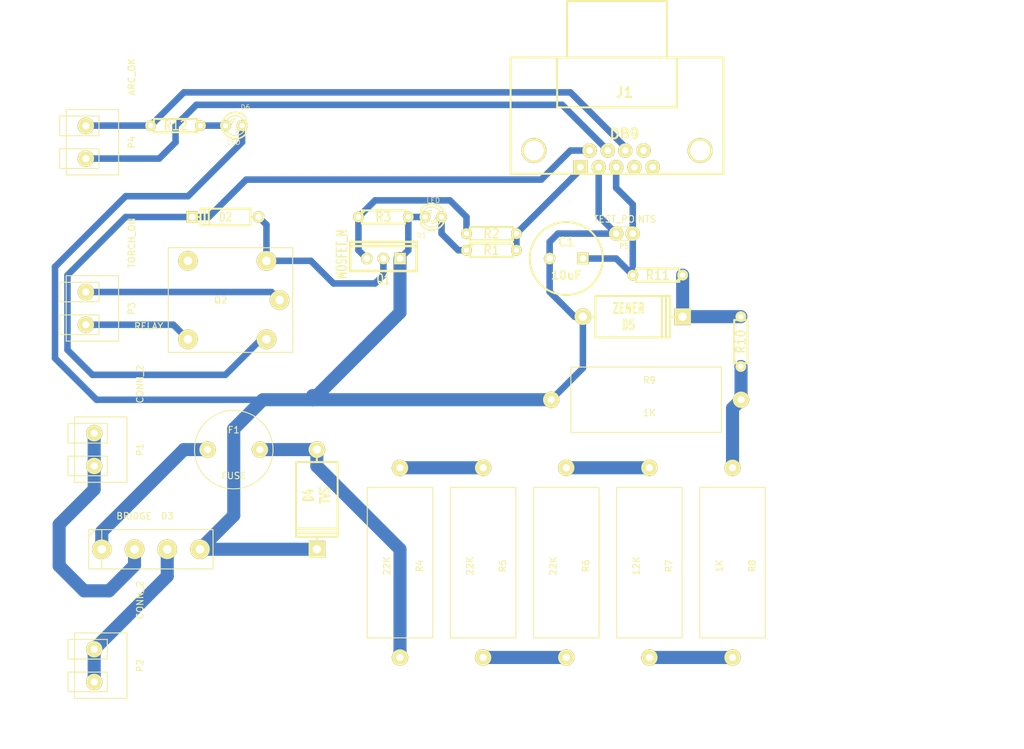
<source format=kicad_pcb>
(kicad_pcb (version 3) (host pcbnew "(2013-may-18)-stable")

  (general
    (links 43)
    (no_connects 0)
    (area 27.839999 63.093599 184.250001 179.865)
    (thickness 1.6)
    (drawings 7)
    (tracks 113)
    (zones 0)
    (modules 28)
    (nets 23)
  )

  (page A3)
  (layers
    (15 F.Cu signal)
    (0 B.Cu signal)
    (16 B.Adhes user)
    (17 F.Adhes user)
    (18 B.Paste user)
    (19 F.Paste user)
    (20 B.SilkS user)
    (21 F.SilkS user)
    (22 B.Mask user)
    (23 F.Mask user)
    (24 Dwgs.User user)
    (25 Cmts.User user)
    (26 Eco1.User user)
    (27 Eco2.User user)
    (28 Edge.Cuts user)
  )

  (setup
    (last_trace_width 1)
    (user_trace_width 2)
    (trace_clearance 0.254)
    (zone_clearance 0.508)
    (zone_45_only no)
    (trace_min 0.254)
    (segment_width 0.2)
    (edge_width 0.1)
    (via_size 0.889)
    (via_drill 0.635)
    (via_min_size 0.889)
    (via_min_drill 0.508)
    (uvia_size 0.508)
    (uvia_drill 0.127)
    (uvias_allowed no)
    (uvia_min_size 0.508)
    (uvia_min_drill 0.127)
    (pcb_text_width 0.3)
    (pcb_text_size 1.5 1.5)
    (mod_edge_width 0.15)
    (mod_text_size 1 1)
    (mod_text_width 0.15)
    (pad_size 2.2 2.2)
    (pad_drill 1)
    (pad_to_mask_clearance 0)
    (aux_axis_origin 0 0)
    (visible_elements FFFFFFBF)
    (pcbplotparams
      (layerselection 3178497)
      (usegerberextensions true)
      (excludeedgelayer true)
      (linewidth 0.150000)
      (plotframeref false)
      (viasonmask false)
      (mode 1)
      (useauxorigin false)
      (hpglpennumber 1)
      (hpglpenspeed 20)
      (hpglpendiameter 15)
      (hpglpenoverlay 2)
      (psnegative false)
      (psa4output false)
      (plotreference true)
      (plotvalue true)
      (plotothertext true)
      (plotinvisibletext false)
      (padsonsilk false)
      (subtractmaskfromsilk false)
      (outputformat 1)
      (mirror false)
      (drillshape 0)
      (scaleselection 1)
      (outputdirectory out/))
  )

  (net 0 "")
  (net 1 +12V)
  (net 2 +5V)
  (net 3 /ARC_OK)
  (net 4 /FILT_SIG)
  (net 5 /TORCH_ON)
  (net 6 GND)
  (net 7 N-000001)
  (net 8 N-0000013)
  (net 9 N-0000014)
  (net 10 N-0000015)
  (net 11 N-0000016)
  (net 12 N-0000017)
  (net 13 N-0000018)
  (net 14 N-0000019)
  (net 15 N-0000024)
  (net 16 N-0000025)
  (net 17 N-0000026)
  (net 18 N-000004)
  (net 19 N-000005)
  (net 20 N-000006)
  (net 21 N-000008)
  (net 22 N-000009)

  (net_class Default "This is the default net class."
    (clearance 0.254)
    (trace_width 1)
    (via_dia 0.889)
    (via_drill 0.635)
    (uvia_dia 0.508)
    (uvia_drill 0.127)
    (add_net "")
    (add_net +12V)
    (add_net +5V)
    (add_net /ARC_OK)
    (add_net /FILT_SIG)
    (add_net /TORCH_ON)
    (add_net GND)
    (add_net N-000001)
    (add_net N-000004)
    (add_net N-000005)
    (add_net N-000006)
    (add_net N-000008)
    (add_net N-000009)
  )

  (net_class Other ""
    (clearance 0.254)
    (trace_width 2)
    (via_dia 0.889)
    (via_drill 0.635)
    (uvia_dia 0.508)
    (uvia_drill 0.127)
  )

  (net_class Wide ""
    (clearance 0.254)
    (trace_width 2)
    (via_dia 0.889)
    (via_drill 0.635)
    (uvia_dia 0.508)
    (uvia_drill 0.127)
    (add_net N-0000013)
    (add_net N-0000014)
    (add_net N-0000015)
    (add_net N-0000016)
    (add_net N-0000017)
    (add_net N-0000018)
    (add_net N-0000019)
    (add_net N-0000024)
    (add_net N-0000025)
    (add_net N-0000026)
  )

  (module TEST_POINT_2PADS (layer F.Cu) (tedit 52BF42FE) (tstamp 52BF1FF0)
    (at 123.19 99.06 180)
    (descr "Connecteurs 2 pins")
    (tags "CONN DEV")
    (path /52BECCF0)
    (fp_text reference P5 (at 0.03048 -1.92024 180) (layer F.SilkS)
      (effects (font (size 0.762 0.762) (thickness 0.1524)))
    )
    (fp_text value TEST_POINTS (at -0.07112 2.2098 180) (layer F.SilkS)
      (effects (font (size 1.016 1.016) (thickness 0.1524)))
    )
    (fp_line (start 1.27 1.016) (end -1.27 1.016) (layer F.SilkS) (width 0.127))
    (fp_line (start 1.27 -1.016) (end -1.27 -1.016) (layer F.SilkS) (width 0.127))
    (fp_arc (start 1.27 0) (end 2.286 0) (angle 90) (layer F.SilkS) (width 0.127))
    (fp_arc (start 1.27 0) (end 1.27 -1.016) (angle 90) (layer F.SilkS) (width 0.127))
    (fp_arc (start -1.27 0) (end -1.27 1.016) (angle 90) (layer F.SilkS) (width 0.127))
    (fp_arc (start -1.27 0) (end -2.286 0) (angle 90) (layer F.SilkS) (width 0.127))
    (pad 1 thru_hole circle (at -1.27 0 180) (size 2.2 2.2) (drill 1)
      (layers *.Cu *.Mask F.SilkS)
      (net 4 /FILT_SIG)
    )
    (pad 2 thru_hole circle (at 1.27 0 180) (size 2.2 2.2) (drill 1)
      (layers *.Cu *.Mask F.SilkS)
      (net 6 GND)
    )
    (model connectors\testpoint_2pads.wrl
      (at (xyz 0 0 0))
      (scale (xyz 1 1 1))
      (rotate (xyz 0 0 0))
    )
  )

  (module DB9FC (layer F.Cu) (tedit 52BF42C1) (tstamp 52BF213B)
    (at 121.92 87.63)
    (descr "Connecteur DB9 femelle couche")
    (tags "CONN DB9")
    (path /52BEC29A)
    (fp_text reference J1 (at 1.27 -10.16) (layer F.SilkS)
      (effects (font (size 1.524 1.524) (thickness 0.3048)))
    )
    (fp_text value DB9 (at 1.27 -3.81) (layer F.SilkS)
      (effects (font (size 1.524 1.524) (thickness 0.3048)))
    )
    (fp_line (start -16.129 2.286) (end 16.383 2.286) (layer F.SilkS) (width 0.3048))
    (fp_line (start 16.383 2.286) (end 16.383 -15.494) (layer F.SilkS) (width 0.3048))
    (fp_line (start 16.383 -15.494) (end -16.129 -15.494) (layer F.SilkS) (width 0.3048))
    (fp_line (start -16.129 -15.494) (end -16.129 2.286) (layer F.SilkS) (width 0.3048))
    (fp_line (start -9.017 -15.494) (end -9.017 -7.874) (layer F.SilkS) (width 0.3048))
    (fp_line (start -9.017 -7.874) (end 9.271 -7.874) (layer F.SilkS) (width 0.3048))
    (fp_line (start 9.271 -7.874) (end 9.271 -15.494) (layer F.SilkS) (width 0.3048))
    (fp_line (start -7.493 -15.494) (end -7.493 -24.13) (layer F.SilkS) (width 0.3048))
    (fp_line (start -7.493 -24.13) (end 7.747 -24.13) (layer F.SilkS) (width 0.3048))
    (fp_line (start 7.747 -24.13) (end 7.747 -15.494) (layer F.SilkS) (width 0.3048))
    (pad "" thru_hole circle (at 12.827 -1.27) (size 3.81 3.81) (drill 3.048)
      (layers *.Cu *.Mask F.SilkS)
    )
    (pad "" thru_hole circle (at -12.573 -1.27) (size 3.81 3.81) (drill 3.048)
      (layers *.Cu *.Mask F.SilkS)
    )
    (pad 1 thru_hole rect (at -5.461 1.27) (size 2.2 2.2) (drill 1.016)
      (layers *.Cu *.Mask F.SilkS)
      (net 5 /TORCH_ON)
    )
    (pad 2 thru_hole circle (at -2.667 1.27) (size 2.2 2.2) (drill 1.016)
      (layers *.Cu *.Mask F.SilkS)
      (net 6 GND)
    )
    (pad 3 thru_hole circle (at 0 1.27) (size 2.2 2.2) (drill 1.016)
      (layers *.Cu *.Mask F.SilkS)
      (net 4 /FILT_SIG)
    )
    (pad 4 thru_hole circle (at 2.794 1.27) (size 2.2 2.2) (drill 1.016)
      (layers *.Cu *.Mask F.SilkS)
    )
    (pad 5 thru_hole circle (at 5.588 1.27) (size 2.2 2.2) (drill 1.016)
      (layers *.Cu *.Mask F.SilkS)
    )
    (pad 6 thru_hole circle (at -4.064 -1.27) (size 2.2 2.2) (drill 1.016)
      (layers *.Cu *.Mask F.SilkS)
      (net 2 +5V)
    )
    (pad 7 thru_hole circle (at -1.27 -1.27) (size 2.2 2.2) (drill 1.016)
      (layers *.Cu *.Mask F.SilkS)
      (net 1 +12V)
    )
    (pad 8 thru_hole circle (at 1.397 -1.27) (size 2.2 2.2) (drill 1.016)
      (layers *.Cu *.Mask F.SilkS)
      (net 3 /ARC_OK)
    )
    (pad 9 thru_hole circle (at 4.191 -1.27) (size 2.2 2.2) (drill 1.016)
      (layers *.Cu *.Mask F.SilkS)
    )
    (model conn_DBxx/db9_female_pin90deg.wrl
      (at (xyz 0 0 0))
      (scale (xyz 1 1 1))
      (rotate (xyz 0 0 0))
    )
  )

  (module FINDER_RELAY (layer F.Cu) (tedit 52BF4250) (tstamp 52BF31B8)
    (at 63.5 109.22 180)
    (path /52BEC35A)
    (fp_text reference Q2 (at 2 0 180) (layer F.SilkS)
      (effects (font (size 1 1) (thickness 0.15)))
    )
    (fp_text value RELAY (at 13 -4 180) (layer F.SilkS)
      (effects (font (size 1 1) (thickness 0.15)))
    )
    (fp_line (start 10 6) (end 10 8) (layer F.SilkS) (width 0.15))
    (fp_line (start 10 8) (end -9 8) (layer F.SilkS) (width 0.15))
    (fp_line (start -9 8) (end -9 6) (layer F.SilkS) (width 0.15))
    (fp_line (start 10 -6) (end 10 -8) (layer F.SilkS) (width 0.15))
    (fp_line (start 10 -8) (end -9 -8) (layer F.SilkS) (width 0.15))
    (fp_line (start -9 -8) (end -9 -6) (layer F.SilkS) (width 0.15))
    (fp_line (start 10 -6) (end 10 6) (layer F.SilkS) (width 0.15))
    (fp_line (start -9 6) (end -9 -6) (layer F.SilkS) (width 0.15))
    (pad 3 thru_hole circle (at -7 0 180) (size 3 3) (drill 1.3)
      (layers *.Cu *.Mask F.SilkS)
      (net 19 N-000005)
    )
    (pad 1 thru_hole circle (at -5 -6 180) (size 3 3) (drill 1.3)
      (layers *.Cu *.Mask F.SilkS)
      (net 2 +5V)
    )
    (pad 2 thru_hole circle (at -5 6 180) (size 3 3) (drill 1.3)
      (layers *.Cu *.Mask F.SilkS)
      (net 20 N-000006)
    )
    (pad 4 thru_hole circle (at 7 6 180) (size 3 3) (drill 1.3)
      (layers *.Cu *.Mask F.SilkS)
    )
    (pad 5 thru_hole circle (at 7 -6 180) (size 3 3) (drill 1.3)
      (layers *.Cu *.Mask F.SilkS)
      (net 18 N-000004)
    )
  )

  (module BRIDGE (layer F.Cu) (tedit 52BF4207) (tstamp 52BF217B)
    (at 53.34 147.32)
    (path /52BEBFBB)
    (fp_text reference D3 (at 0 -5.08) (layer F.SilkS)
      (effects (font (size 1 1) (thickness 0.15)))
    )
    (fp_text value BRIDGE (at -5.08 -5.08) (layer F.SilkS)
      (effects (font (size 1 1) (thickness 0.15)))
    )
    (fp_line (start -10 -3) (end -10 3) (layer F.SilkS) (width 0.15))
    (fp_line (start -12 -2) (end -11 -3) (layer F.SilkS) (width 0.15))
    (fp_line (start -12 0) (end -12 -3) (layer F.SilkS) (width 0.15))
    (fp_line (start -12 -3) (end 7 -3) (layer F.SilkS) (width 0.15))
    (fp_line (start 7 -3) (end 7 3) (layer F.SilkS) (width 0.15))
    (fp_line (start 7 3) (end -12 3) (layer F.SilkS) (width 0.15))
    (fp_line (start -12 3) (end -12 0) (layer F.SilkS) (width 0.15))
    (pad 4 thru_hole circle (at -5 0) (size 3 3) (drill 1.3)
      (layers *.Cu *.Mask F.SilkS)
      (net 17 N-0000026)
    )
    (pad 2 thru_hole circle (at 0 0) (size 3 3) (drill 1.3)
      (layers *.Cu *.Mask F.SilkS)
      (net 13 N-0000018)
    )
    (pad 1 thru_hole circle (at 5 0) (size 3 3) (drill 1.3)
      (layers *.Cu *.Mask F.SilkS)
      (net 6 GND)
    )
    (pad 3 thru_hole circle (at -10 0) (size 3 3) (drill 1.3)
      (layers *.Cu *.Mask F.SilkS)
      (net 8 N-0000013)
    )
  )

  (module TO220_VERT (layer F.Cu) (tedit 52BF12BD) (tstamp 52BF1FE4)
    (at 86.36 102.87 90)
    (descr "Regulateur TO220 serie LM78xx")
    (tags "TR TO220")
    (path /52BEC41E)
    (fp_text reference Q1 (at -3.175 0 180) (layer F.SilkS)
      (effects (font (size 1.524 1.016) (thickness 0.2032)))
    )
    (fp_text value MOSFET_N (at 0.635 -6.35 90) (layer F.SilkS)
      (effects (font (size 1.524 1.016) (thickness 0.2032)))
    )
    (fp_line (start 1.905 -5.08) (end 2.54 -5.08) (layer F.SilkS) (width 0.381))
    (fp_line (start 2.54 -5.08) (end 2.54 5.08) (layer F.SilkS) (width 0.381))
    (fp_line (start 2.54 5.08) (end 1.905 5.08) (layer F.SilkS) (width 0.381))
    (fp_line (start -1.905 -5.08) (end 1.905 -5.08) (layer F.SilkS) (width 0.381))
    (fp_line (start 1.905 -5.08) (end 1.905 5.08) (layer F.SilkS) (width 0.381))
    (fp_line (start 1.905 5.08) (end -1.905 5.08) (layer F.SilkS) (width 0.381))
    (fp_line (start -1.905 5.08) (end -1.905 -5.08) (layer F.SilkS) (width 0.381))
    (pad G thru_hole circle (at 0 -2.54 90) (size 1.778 1.778) (drill 1.016)
      (layers *.Cu *.Mask F.SilkS)
      (net 21 N-000008)
    )
    (pad D thru_hole circle (at 0 0 90) (size 1.778 1.778) (drill 1.016)
      (layers *.Cu *.Mask F.SilkS)
      (net 20 N-000006)
    )
    (pad S thru_hole rect (at 0 2.54 90) (size 1.778 1.778) (drill 1.016)
      (layers *.Cu *.Mask F.SilkS)
      (net 6 GND)
    )
  )

  (module SCREW_TERM_2 (layer F.Cu) (tedit 52BF110A) (tstamp 52BF2003)
    (at 43.18 165.1 270)
    (path /52BEBFB3)
    (fp_text reference P2 (at 0 -6 270) (layer F.SilkS)
      (effects (font (size 1 1) (thickness 0.15)))
    )
    (fp_text value CONN_2 (at -10 -6 270) (layer F.SilkS)
      (effects (font (size 1 1) (thickness 0.15)))
    )
    (fp_line (start 1 -1) (end 1 5) (layer F.SilkS) (width 0.15))
    (fp_line (start 1 5) (end 4 5) (layer F.SilkS) (width 0.15))
    (fp_line (start 4 5) (end 4 -1) (layer F.SilkS) (width 0.15))
    (fp_line (start 4 -1) (end 1 -1) (layer F.SilkS) (width 0.15))
    (fp_line (start -4 -1) (end -4 5) (layer F.SilkS) (width 0.15))
    (fp_line (start -4 5) (end -1 5) (layer F.SilkS) (width 0.15))
    (fp_line (start -1 5) (end -1 -1) (layer F.SilkS) (width 0.15))
    (fp_line (start -1 -1) (end -4 -1) (layer F.SilkS) (width 0.15))
    (fp_line (start 0 -4) (end 5 -4) (layer F.SilkS) (width 0.15))
    (fp_line (start 5 -4) (end 5 4) (layer F.SilkS) (width 0.15))
    (fp_line (start 5 4) (end -5 4) (layer F.SilkS) (width 0.15))
    (fp_line (start -5 4) (end -5 -4) (layer F.SilkS) (width 0.15))
    (fp_line (start -5 -4) (end 0 -4) (layer F.SilkS) (width 0.15))
    (pad 1 thru_hole circle (at -2.5 1 270) (size 2.5 2.5) (drill 1.1)
      (layers *.Cu *.Mask F.SilkS)
      (net 13 N-0000018)
    )
    (pad 2 thru_hole circle (at 2.5 1 270) (size 2.5 2.5) (drill 1.1)
      (layers *.Cu *.Mask F.SilkS)
      (net 13 N-0000018)
    )
  )

  (module SCREW_TERM_2 (layer F.Cu) (tedit 52BF110A) (tstamp 52BF2016)
    (at 43.18 132.08 270)
    (path /52BEBFA6)
    (fp_text reference P1 (at 0 -6 270) (layer F.SilkS)
      (effects (font (size 1 1) (thickness 0.15)))
    )
    (fp_text value CONN_2 (at -10 -6 270) (layer F.SilkS)
      (effects (font (size 1 1) (thickness 0.15)))
    )
    (fp_line (start 1 -1) (end 1 5) (layer F.SilkS) (width 0.15))
    (fp_line (start 1 5) (end 4 5) (layer F.SilkS) (width 0.15))
    (fp_line (start 4 5) (end 4 -1) (layer F.SilkS) (width 0.15))
    (fp_line (start 4 -1) (end 1 -1) (layer F.SilkS) (width 0.15))
    (fp_line (start -4 -1) (end -4 5) (layer F.SilkS) (width 0.15))
    (fp_line (start -4 5) (end -1 5) (layer F.SilkS) (width 0.15))
    (fp_line (start -1 5) (end -1 -1) (layer F.SilkS) (width 0.15))
    (fp_line (start -1 -1) (end -4 -1) (layer F.SilkS) (width 0.15))
    (fp_line (start 0 -4) (end 5 -4) (layer F.SilkS) (width 0.15))
    (fp_line (start 5 -4) (end 5 4) (layer F.SilkS) (width 0.15))
    (fp_line (start 5 4) (end -5 4) (layer F.SilkS) (width 0.15))
    (fp_line (start -5 4) (end -5 -4) (layer F.SilkS) (width 0.15))
    (fp_line (start -5 -4) (end 0 -4) (layer F.SilkS) (width 0.15))
    (pad 1 thru_hole circle (at -2.5 1 270) (size 2.5 2.5) (drill 1.1)
      (layers *.Cu *.Mask F.SilkS)
      (net 17 N-0000026)
    )
    (pad 2 thru_hole circle (at 2.5 1 270) (size 2.5 2.5) (drill 1.1)
      (layers *.Cu *.Mask F.SilkS)
      (net 17 N-0000026)
    )
  )

  (module SCREW_TERM_2 (layer F.Cu) (tedit 52BF110A) (tstamp 52BF2029)
    (at 41.91 110.49 270)
    (path /52BEC367)
    (fp_text reference P3 (at 0 -6 270) (layer F.SilkS)
      (effects (font (size 1 1) (thickness 0.15)))
    )
    (fp_text value TORCH_ON (at -10 -6 270) (layer F.SilkS)
      (effects (font (size 1 1) (thickness 0.15)))
    )
    (fp_line (start 1 -1) (end 1 5) (layer F.SilkS) (width 0.15))
    (fp_line (start 1 5) (end 4 5) (layer F.SilkS) (width 0.15))
    (fp_line (start 4 5) (end 4 -1) (layer F.SilkS) (width 0.15))
    (fp_line (start 4 -1) (end 1 -1) (layer F.SilkS) (width 0.15))
    (fp_line (start -4 -1) (end -4 5) (layer F.SilkS) (width 0.15))
    (fp_line (start -4 5) (end -1 5) (layer F.SilkS) (width 0.15))
    (fp_line (start -1 5) (end -1 -1) (layer F.SilkS) (width 0.15))
    (fp_line (start -1 -1) (end -4 -1) (layer F.SilkS) (width 0.15))
    (fp_line (start 0 -4) (end 5 -4) (layer F.SilkS) (width 0.15))
    (fp_line (start 5 -4) (end 5 4) (layer F.SilkS) (width 0.15))
    (fp_line (start 5 4) (end -5 4) (layer F.SilkS) (width 0.15))
    (fp_line (start -5 4) (end -5 -4) (layer F.SilkS) (width 0.15))
    (fp_line (start -5 -4) (end 0 -4) (layer F.SilkS) (width 0.15))
    (pad 1 thru_hole circle (at -2.5 1 270) (size 2.5 2.5) (drill 1.1)
      (layers *.Cu *.Mask F.SilkS)
      (net 19 N-000005)
    )
    (pad 2 thru_hole circle (at 2.5 1 270) (size 2.5 2.5) (drill 1.1)
      (layers *.Cu *.Mask F.SilkS)
      (net 18 N-000004)
    )
  )

  (module SCREW_TERM_2 (layer F.Cu) (tedit 52BF110A) (tstamp 52BF203C)
    (at 41.91 85.09 270)
    (path /52BEC878)
    (fp_text reference P4 (at 0 -6 270) (layer F.SilkS)
      (effects (font (size 1 1) (thickness 0.15)))
    )
    (fp_text value ARC_OK (at -10 -6 270) (layer F.SilkS)
      (effects (font (size 1 1) (thickness 0.15)))
    )
    (fp_line (start 1 -1) (end 1 5) (layer F.SilkS) (width 0.15))
    (fp_line (start 1 5) (end 4 5) (layer F.SilkS) (width 0.15))
    (fp_line (start 4 5) (end 4 -1) (layer F.SilkS) (width 0.15))
    (fp_line (start 4 -1) (end 1 -1) (layer F.SilkS) (width 0.15))
    (fp_line (start -4 -1) (end -4 5) (layer F.SilkS) (width 0.15))
    (fp_line (start -4 5) (end -1 5) (layer F.SilkS) (width 0.15))
    (fp_line (start -1 5) (end -1 -1) (layer F.SilkS) (width 0.15))
    (fp_line (start -1 -1) (end -4 -1) (layer F.SilkS) (width 0.15))
    (fp_line (start 0 -4) (end 5 -4) (layer F.SilkS) (width 0.15))
    (fp_line (start 5 -4) (end 5 4) (layer F.SilkS) (width 0.15))
    (fp_line (start 5 4) (end -5 4) (layer F.SilkS) (width 0.15))
    (fp_line (start -5 4) (end -5 -4) (layer F.SilkS) (width 0.15))
    (fp_line (start -5 -4) (end 0 -4) (layer F.SilkS) (width 0.15))
    (pad 1 thru_hole circle (at -2.5 1 270) (size 2.5 2.5) (drill 1.1)
      (layers *.Cu *.Mask F.SilkS)
      (net 3 /ARC_OK)
    )
    (pad 2 thru_hole circle (at 2.5 1 270) (size 2.5 2.5) (drill 1.1)
      (layers *.Cu *.Mask F.SilkS)
      (net 1 +12V)
    )
  )

  (module ROUND_FUSE_HOLDER (layer F.Cu) (tedit 52BECCAD) (tstamp 52BF2043)
    (at 63.5 132.08)
    (path /52BEC043)
    (fp_text reference F1 (at 0 -3) (layer F.SilkS)
      (effects (font (size 1 1) (thickness 0.15)))
    )
    (fp_text value FUSE (at 0 4) (layer F.SilkS)
      (effects (font (size 1 1) (thickness 0.15)))
    )
    (fp_circle (center 0 0) (end 6 0) (layer F.SilkS) (width 0.15))
    (pad 1 thru_hole circle (at -4 0) (size 2.5 2.5) (drill 1.1)
      (layers *.Cu *.Mask F.SilkS)
      (net 8 N-0000013)
    )
    (pad 2 thru_hole circle (at 4 0) (size 2.5 2.5) (drill 1.1)
      (layers *.Cu *.Mask F.SilkS)
      (net 14 N-0000019)
    )
  )

  (module R_5W_AXIAL (layer F.Cu) (tedit 52BECDD7) (tstamp 52BF204F)
    (at 127 149.86 90)
    (path /52BEC0D8)
    (fp_text reference R7 (at 0 3 90) (layer F.SilkS)
      (effects (font (size 1 1) (thickness 0.15)))
    )
    (fp_text value 12K (at 0 -2 90) (layer F.SilkS)
      (effects (font (size 1 1) (thickness 0.15)))
    )
    (fp_line (start 0 5) (end 12 5) (layer F.SilkS) (width 0.15))
    (fp_line (start 12 5) (end 12 -5) (layer F.SilkS) (width 0.15))
    (fp_line (start 12 -5) (end 0 -5) (layer F.SilkS) (width 0.15))
    (fp_line (start 0 -5) (end -11 -5) (layer F.SilkS) (width 0.15))
    (fp_line (start -11 -5) (end -11 5) (layer F.SilkS) (width 0.15))
    (fp_line (start -11 5) (end 0 5) (layer F.SilkS) (width 0.15))
    (pad 2 thru_hole circle (at 15 0 90) (size 2.5 2.5) (drill 1.1)
      (layers *.Cu *.Mask F.SilkS)
      (net 11 N-0000016)
    )
    (pad 1 thru_hole circle (at -14 0 90) (size 2.5 2.5) (drill 1.1)
      (layers *.Cu *.Mask F.SilkS)
      (net 12 N-0000017)
    )
  )

  (module R_5W_AXIAL (layer F.Cu) (tedit 52BECDD7) (tstamp 52BF205B)
    (at 127 124.46 180)
    (path /52BEC162)
    (fp_text reference R9 (at 0 3 180) (layer F.SilkS)
      (effects (font (size 1 1) (thickness 0.15)))
    )
    (fp_text value 1K (at 0 -2 180) (layer F.SilkS)
      (effects (font (size 1 1) (thickness 0.15)))
    )
    (fp_line (start 0 5) (end 12 5) (layer F.SilkS) (width 0.15))
    (fp_line (start 12 5) (end 12 -5) (layer F.SilkS) (width 0.15))
    (fp_line (start 12 -5) (end 0 -5) (layer F.SilkS) (width 0.15))
    (fp_line (start 0 -5) (end -11 -5) (layer F.SilkS) (width 0.15))
    (fp_line (start -11 -5) (end -11 5) (layer F.SilkS) (width 0.15))
    (fp_line (start -11 5) (end 0 5) (layer F.SilkS) (width 0.15))
    (pad 2 thru_hole circle (at 15 0 180) (size 2.5 2.5) (drill 1.1)
      (layers *.Cu *.Mask F.SilkS)
      (net 6 GND)
    )
    (pad 1 thru_hole circle (at -14 0 180) (size 2.5 2.5) (drill 1.1)
      (layers *.Cu *.Mask F.SilkS)
      (net 16 N-0000025)
    )
  )

  (module R_5W_AXIAL (layer F.Cu) (tedit 52BECDD7) (tstamp 52BF2067)
    (at 139.7 149.86 90)
    (path /52BEC0DE)
    (fp_text reference R8 (at 0 3 90) (layer F.SilkS)
      (effects (font (size 1 1) (thickness 0.15)))
    )
    (fp_text value 1K (at 0 -2 90) (layer F.SilkS)
      (effects (font (size 1 1) (thickness 0.15)))
    )
    (fp_line (start 0 5) (end 12 5) (layer F.SilkS) (width 0.15))
    (fp_line (start 12 5) (end 12 -5) (layer F.SilkS) (width 0.15))
    (fp_line (start 12 -5) (end 0 -5) (layer F.SilkS) (width 0.15))
    (fp_line (start 0 -5) (end -11 -5) (layer F.SilkS) (width 0.15))
    (fp_line (start -11 -5) (end -11 5) (layer F.SilkS) (width 0.15))
    (fp_line (start -11 5) (end 0 5) (layer F.SilkS) (width 0.15))
    (pad 2 thru_hole circle (at 15 0 90) (size 2.5 2.5) (drill 1.1)
      (layers *.Cu *.Mask F.SilkS)
      (net 16 N-0000025)
    )
    (pad 1 thru_hole circle (at -14 0 90) (size 2.5 2.5) (drill 1.1)
      (layers *.Cu *.Mask F.SilkS)
      (net 12 N-0000017)
    )
  )

  (module R_5W_AXIAL (layer F.Cu) (tedit 52BECDD7) (tstamp 52BF2073)
    (at 114.3 149.86 90)
    (path /52BEC0D2)
    (fp_text reference R6 (at 0 3 90) (layer F.SilkS)
      (effects (font (size 1 1) (thickness 0.15)))
    )
    (fp_text value 22K (at 0 -2 90) (layer F.SilkS)
      (effects (font (size 1 1) (thickness 0.15)))
    )
    (fp_line (start 0 5) (end 12 5) (layer F.SilkS) (width 0.15))
    (fp_line (start 12 5) (end 12 -5) (layer F.SilkS) (width 0.15))
    (fp_line (start 12 -5) (end 0 -5) (layer F.SilkS) (width 0.15))
    (fp_line (start 0 -5) (end -11 -5) (layer F.SilkS) (width 0.15))
    (fp_line (start -11 -5) (end -11 5) (layer F.SilkS) (width 0.15))
    (fp_line (start -11 5) (end 0 5) (layer F.SilkS) (width 0.15))
    (pad 2 thru_hole circle (at 15 0 90) (size 2.5 2.5) (drill 1.1)
      (layers *.Cu *.Mask F.SilkS)
      (net 11 N-0000016)
    )
    (pad 1 thru_hole circle (at -14 0 90) (size 2.5 2.5) (drill 1.1)
      (layers *.Cu *.Mask F.SilkS)
      (net 10 N-0000015)
    )
  )

  (module R_5W_AXIAL (layer F.Cu) (tedit 52BECDD7) (tstamp 52BF207F)
    (at 101.6 149.86 90)
    (path /52BEC0CC)
    (fp_text reference R5 (at 0 3 90) (layer F.SilkS)
      (effects (font (size 1 1) (thickness 0.15)))
    )
    (fp_text value 22K (at 0 -2 90) (layer F.SilkS)
      (effects (font (size 1 1) (thickness 0.15)))
    )
    (fp_line (start 0 5) (end 12 5) (layer F.SilkS) (width 0.15))
    (fp_line (start 12 5) (end 12 -5) (layer F.SilkS) (width 0.15))
    (fp_line (start 12 -5) (end 0 -5) (layer F.SilkS) (width 0.15))
    (fp_line (start 0 -5) (end -11 -5) (layer F.SilkS) (width 0.15))
    (fp_line (start -11 -5) (end -11 5) (layer F.SilkS) (width 0.15))
    (fp_line (start -11 5) (end 0 5) (layer F.SilkS) (width 0.15))
    (pad 2 thru_hole circle (at 15 0 90) (size 2.5 2.5) (drill 1.1)
      (layers *.Cu *.Mask F.SilkS)
      (net 9 N-0000014)
    )
    (pad 1 thru_hole circle (at -14 0 90) (size 2.5 2.5) (drill 1.1)
      (layers *.Cu *.Mask F.SilkS)
      (net 10 N-0000015)
    )
  )

  (module R_5W_AXIAL (layer F.Cu) (tedit 52BECDD7) (tstamp 52BF208B)
    (at 88.9 149.86 90)
    (path /52BEC0B5)
    (fp_text reference R4 (at 0 3 90) (layer F.SilkS)
      (effects (font (size 1 1) (thickness 0.15)))
    )
    (fp_text value 22K (at 0 -2 90) (layer F.SilkS)
      (effects (font (size 1 1) (thickness 0.15)))
    )
    (fp_line (start 0 5) (end 12 5) (layer F.SilkS) (width 0.15))
    (fp_line (start 12 5) (end 12 -5) (layer F.SilkS) (width 0.15))
    (fp_line (start 12 -5) (end 0 -5) (layer F.SilkS) (width 0.15))
    (fp_line (start 0 -5) (end -11 -5) (layer F.SilkS) (width 0.15))
    (fp_line (start -11 -5) (end -11 5) (layer F.SilkS) (width 0.15))
    (fp_line (start -11 5) (end 0 5) (layer F.SilkS) (width 0.15))
    (pad 2 thru_hole circle (at 15 0 90) (size 2.5 2.5) (drill 1.1)
      (layers *.Cu *.Mask F.SilkS)
      (net 9 N-0000014)
    )
    (pad 1 thru_hole circle (at -14 0 90) (size 2.5 2.5) (drill 1.1)
      (layers *.Cu *.Mask F.SilkS)
      (net 14 N-0000019)
    )
  )

  (module R3-LARGE_PADS (layer F.Cu) (tedit 47E26765) (tstamp 52BF2099)
    (at 54.61 82.55 180)
    (descr "Resitance 3 pas")
    (tags R)
    (path /52BECE9B)
    (autoplace_cost180 10)
    (fp_text reference R12 (at 0 0 180) (layer F.SilkS)
      (effects (font (size 1.397 1.27) (thickness 0.2032)))
    )
    (fp_text value 3K (at 0 0 180) (layer F.SilkS) hide
      (effects (font (size 1.397 1.27) (thickness 0.2032)))
    )
    (fp_line (start -3.81 0) (end -3.302 0) (layer F.SilkS) (width 0.3048))
    (fp_line (start 3.81 0) (end 3.302 0) (layer F.SilkS) (width 0.3048))
    (fp_line (start 3.302 0) (end 3.302 -1.016) (layer F.SilkS) (width 0.3048))
    (fp_line (start 3.302 -1.016) (end -3.302 -1.016) (layer F.SilkS) (width 0.3048))
    (fp_line (start -3.302 -1.016) (end -3.302 1.016) (layer F.SilkS) (width 0.3048))
    (fp_line (start -3.302 1.016) (end 3.302 1.016) (layer F.SilkS) (width 0.3048))
    (fp_line (start 3.302 1.016) (end 3.302 0) (layer F.SilkS) (width 0.3048))
    (fp_line (start -3.302 -0.508) (end -2.794 -1.016) (layer F.SilkS) (width 0.3048))
    (pad 1 thru_hole circle (at -3.81 0 180) (size 1.651 1.651) (drill 0.8128)
      (layers *.Cu *.Mask F.SilkS)
      (net 22 N-000009)
    )
    (pad 2 thru_hole circle (at 3.81 0 180) (size 1.651 1.651) (drill 0.8128)
      (layers *.Cu *.Mask F.SilkS)
      (net 3 /ARC_OK)
    )
    (model discret/resistor.wrl
      (at (xyz 0 0 0))
      (scale (xyz 0.3 0.3 0.3))
      (rotate (xyz 0 0 0))
    )
  )

  (module R3-LARGE_PADS (layer F.Cu) (tedit 47E26765) (tstamp 52BF20A7)
    (at 102.87 101.6)
    (descr "Resitance 3 pas")
    (tags R)
    (path /52BEC5FE)
    (autoplace_cost180 10)
    (fp_text reference R1 (at 0 0) (layer F.SilkS)
      (effects (font (size 1.397 1.27) (thickness 0.2032)))
    )
    (fp_text value 1K (at 0 0) (layer F.SilkS) hide
      (effects (font (size 1.397 1.27) (thickness 0.2032)))
    )
    (fp_line (start -3.81 0) (end -3.302 0) (layer F.SilkS) (width 0.3048))
    (fp_line (start 3.81 0) (end 3.302 0) (layer F.SilkS) (width 0.3048))
    (fp_line (start 3.302 0) (end 3.302 -1.016) (layer F.SilkS) (width 0.3048))
    (fp_line (start 3.302 -1.016) (end -3.302 -1.016) (layer F.SilkS) (width 0.3048))
    (fp_line (start -3.302 -1.016) (end -3.302 1.016) (layer F.SilkS) (width 0.3048))
    (fp_line (start -3.302 1.016) (end 3.302 1.016) (layer F.SilkS) (width 0.3048))
    (fp_line (start 3.302 1.016) (end 3.302 0) (layer F.SilkS) (width 0.3048))
    (fp_line (start -3.302 -0.508) (end -2.794 -1.016) (layer F.SilkS) (width 0.3048))
    (pad 1 thru_hole circle (at -3.81 0) (size 1.651 1.651) (drill 0.8128)
      (layers *.Cu *.Mask F.SilkS)
      (net 7 N-000001)
    )
    (pad 2 thru_hole circle (at 3.81 0) (size 1.651 1.651) (drill 0.8128)
      (layers *.Cu *.Mask F.SilkS)
      (net 5 /TORCH_ON)
    )
    (model discret/resistor.wrl
      (at (xyz 0 0 0))
      (scale (xyz 0.3 0.3 0.3))
      (rotate (xyz 0 0 0))
    )
  )

  (module R3-LARGE_PADS (layer F.Cu) (tedit 47E26765) (tstamp 52BF20B5)
    (at 102.87 99.06 180)
    (descr "Resitance 3 pas")
    (tags R)
    (path /52BEC513)
    (autoplace_cost180 10)
    (fp_text reference R2 (at 0 0 180) (layer F.SilkS)
      (effects (font (size 1.397 1.27) (thickness 0.2032)))
    )
    (fp_text value 1K (at 0 0 180) (layer F.SilkS) hide
      (effects (font (size 1.397 1.27) (thickness 0.2032)))
    )
    (fp_line (start -3.81 0) (end -3.302 0) (layer F.SilkS) (width 0.3048))
    (fp_line (start 3.81 0) (end 3.302 0) (layer F.SilkS) (width 0.3048))
    (fp_line (start 3.302 0) (end 3.302 -1.016) (layer F.SilkS) (width 0.3048))
    (fp_line (start 3.302 -1.016) (end -3.302 -1.016) (layer F.SilkS) (width 0.3048))
    (fp_line (start -3.302 -1.016) (end -3.302 1.016) (layer F.SilkS) (width 0.3048))
    (fp_line (start -3.302 1.016) (end 3.302 1.016) (layer F.SilkS) (width 0.3048))
    (fp_line (start 3.302 1.016) (end 3.302 0) (layer F.SilkS) (width 0.3048))
    (fp_line (start -3.302 -0.508) (end -2.794 -1.016) (layer F.SilkS) (width 0.3048))
    (pad 1 thru_hole circle (at -3.81 0 180) (size 1.651 1.651) (drill 0.8128)
      (layers *.Cu *.Mask F.SilkS)
      (net 5 /TORCH_ON)
    )
    (pad 2 thru_hole circle (at 3.81 0 180) (size 1.651 1.651) (drill 0.8128)
      (layers *.Cu *.Mask F.SilkS)
      (net 21 N-000008)
    )
    (model discret/resistor.wrl
      (at (xyz 0 0 0))
      (scale (xyz 0.3 0.3 0.3))
      (rotate (xyz 0 0 0))
    )
  )

  (module R3-LARGE_PADS (layer F.Cu) (tedit 47E26765) (tstamp 52BF20C3)
    (at 86.36 96.52)
    (descr "Resitance 3 pas")
    (tags R)
    (path /52BEC4B5)
    (autoplace_cost180 10)
    (fp_text reference R3 (at 0 0) (layer F.SilkS)
      (effects (font (size 1.397 1.27) (thickness 0.2032)))
    )
    (fp_text value 20K (at 0 0) (layer F.SilkS) hide
      (effects (font (size 1.397 1.27) (thickness 0.2032)))
    )
    (fp_line (start -3.81 0) (end -3.302 0) (layer F.SilkS) (width 0.3048))
    (fp_line (start 3.81 0) (end 3.302 0) (layer F.SilkS) (width 0.3048))
    (fp_line (start 3.302 0) (end 3.302 -1.016) (layer F.SilkS) (width 0.3048))
    (fp_line (start 3.302 -1.016) (end -3.302 -1.016) (layer F.SilkS) (width 0.3048))
    (fp_line (start -3.302 -1.016) (end -3.302 1.016) (layer F.SilkS) (width 0.3048))
    (fp_line (start -3.302 1.016) (end 3.302 1.016) (layer F.SilkS) (width 0.3048))
    (fp_line (start 3.302 1.016) (end 3.302 0) (layer F.SilkS) (width 0.3048))
    (fp_line (start -3.302 -0.508) (end -2.794 -1.016) (layer F.SilkS) (width 0.3048))
    (pad 1 thru_hole circle (at -3.81 0) (size 1.651 1.651) (drill 0.8128)
      (layers *.Cu *.Mask F.SilkS)
      (net 21 N-000008)
    )
    (pad 2 thru_hole circle (at 3.81 0) (size 1.651 1.651) (drill 0.8128)
      (layers *.Cu *.Mask F.SilkS)
      (net 6 GND)
    )
    (model discret/resistor.wrl
      (at (xyz 0 0 0))
      (scale (xyz 0.3 0.3 0.3))
      (rotate (xyz 0 0 0))
    )
  )

  (module R3-LARGE_PADS (layer F.Cu) (tedit 47E26765) (tstamp 52BF20D1)
    (at 128.27 105.41 180)
    (descr "Resitance 3 pas")
    (tags R)
    (path /52BEC210)
    (autoplace_cost180 10)
    (fp_text reference R11 (at 0 0 180) (layer F.SilkS)
      (effects (font (size 1.397 1.27) (thickness 0.2032)))
    )
    (fp_text value 100R (at 0 0 180) (layer F.SilkS) hide
      (effects (font (size 1.397 1.27) (thickness 0.2032)))
    )
    (fp_line (start -3.81 0) (end -3.302 0) (layer F.SilkS) (width 0.3048))
    (fp_line (start 3.81 0) (end 3.302 0) (layer F.SilkS) (width 0.3048))
    (fp_line (start 3.302 0) (end 3.302 -1.016) (layer F.SilkS) (width 0.3048))
    (fp_line (start 3.302 -1.016) (end -3.302 -1.016) (layer F.SilkS) (width 0.3048))
    (fp_line (start -3.302 -1.016) (end -3.302 1.016) (layer F.SilkS) (width 0.3048))
    (fp_line (start -3.302 1.016) (end 3.302 1.016) (layer F.SilkS) (width 0.3048))
    (fp_line (start 3.302 1.016) (end 3.302 0) (layer F.SilkS) (width 0.3048))
    (fp_line (start -3.302 -0.508) (end -2.794 -1.016) (layer F.SilkS) (width 0.3048))
    (pad 1 thru_hole circle (at -3.81 0 180) (size 1.651 1.651) (drill 0.8128)
      (layers *.Cu *.Mask F.SilkS)
      (net 15 N-0000024)
    )
    (pad 2 thru_hole circle (at 3.81 0 180) (size 1.651 1.651) (drill 0.8128)
      (layers *.Cu *.Mask F.SilkS)
      (net 4 /FILT_SIG)
    )
    (model discret/resistor.wrl
      (at (xyz 0 0 0))
      (scale (xyz 0.3 0.3 0.3))
      (rotate (xyz 0 0 0))
    )
  )

  (module R3-LARGE_PADS (layer F.Cu) (tedit 47E26765) (tstamp 52BF20DF)
    (at 140.97 115.57 90)
    (descr "Resitance 3 pas")
    (tags R)
    (path /52BEC192)
    (autoplace_cost180 10)
    (fp_text reference R10 (at 0 0 90) (layer F.SilkS)
      (effects (font (size 1.397 1.27) (thickness 0.2032)))
    )
    (fp_text value 2R (at 0 0 90) (layer F.SilkS) hide
      (effects (font (size 1.397 1.27) (thickness 0.2032)))
    )
    (fp_line (start -3.81 0) (end -3.302 0) (layer F.SilkS) (width 0.3048))
    (fp_line (start 3.81 0) (end 3.302 0) (layer F.SilkS) (width 0.3048))
    (fp_line (start 3.302 0) (end 3.302 -1.016) (layer F.SilkS) (width 0.3048))
    (fp_line (start 3.302 -1.016) (end -3.302 -1.016) (layer F.SilkS) (width 0.3048))
    (fp_line (start -3.302 -1.016) (end -3.302 1.016) (layer F.SilkS) (width 0.3048))
    (fp_line (start -3.302 1.016) (end 3.302 1.016) (layer F.SilkS) (width 0.3048))
    (fp_line (start 3.302 1.016) (end 3.302 0) (layer F.SilkS) (width 0.3048))
    (fp_line (start -3.302 -0.508) (end -2.794 -1.016) (layer F.SilkS) (width 0.3048))
    (pad 1 thru_hole circle (at -3.81 0 90) (size 1.651 1.651) (drill 0.8128)
      (layers *.Cu *.Mask F.SilkS)
      (net 16 N-0000025)
    )
    (pad 2 thru_hole circle (at 3.81 0 90) (size 1.651 1.651) (drill 0.8128)
      (layers *.Cu *.Mask F.SilkS)
      (net 15 N-0000024)
    )
    (model discret/resistor.wrl
      (at (xyz 0 0 0))
      (scale (xyz 0.3 0.3 0.3))
      (rotate (xyz 0 0 0))
    )
  )

  (module LED-3MM (layer F.Cu) (tedit 50ADE848) (tstamp 52BF20F8)
    (at 93.98 96.52 180)
    (descr "LED 3mm - Lead pitch 100mil (2,54mm)")
    (tags "LED led 3mm 3MM 100mil 2,54mm")
    (path /52BEC5F1)
    (fp_text reference D1 (at 1.778 -2.794 180) (layer F.SilkS)
      (effects (font (size 0.762 0.762) (thickness 0.0889)))
    )
    (fp_text value LED (at 0 2.54 180) (layer F.SilkS)
      (effects (font (size 0.762 0.762) (thickness 0.0889)))
    )
    (fp_line (start 1.8288 1.27) (end 1.8288 -1.27) (layer F.SilkS) (width 0.254))
    (fp_arc (start 0.254 0) (end -1.27 0) (angle 39.8) (layer F.SilkS) (width 0.1524))
    (fp_arc (start 0.254 0) (end -0.88392 1.01092) (angle 41.6) (layer F.SilkS) (width 0.1524))
    (fp_arc (start 0.254 0) (end 1.4097 -0.9906) (angle 40.6) (layer F.SilkS) (width 0.1524))
    (fp_arc (start 0.254 0) (end 1.778 0) (angle 39.8) (layer F.SilkS) (width 0.1524))
    (fp_arc (start 0.254 0) (end 0.254 -1.524) (angle 54.4) (layer F.SilkS) (width 0.1524))
    (fp_arc (start 0.254 0) (end -0.9652 -0.9144) (angle 53.1) (layer F.SilkS) (width 0.1524))
    (fp_arc (start 0.254 0) (end 1.45542 0.93472) (angle 52.1) (layer F.SilkS) (width 0.1524))
    (fp_arc (start 0.254 0) (end 0.254 1.524) (angle 52.1) (layer F.SilkS) (width 0.1524))
    (fp_arc (start 0.254 0) (end -0.381 0) (angle 90) (layer F.SilkS) (width 0.1524))
    (fp_arc (start 0.254 0) (end -0.762 0) (angle 90) (layer F.SilkS) (width 0.1524))
    (fp_arc (start 0.254 0) (end 0.889 0) (angle 90) (layer F.SilkS) (width 0.1524))
    (fp_arc (start 0.254 0) (end 1.27 0) (angle 90) (layer F.SilkS) (width 0.1524))
    (fp_arc (start 0.254 0) (end 0.254 -2.032) (angle 50.1) (layer F.SilkS) (width 0.254))
    (fp_arc (start 0.254 0) (end -1.5367 -0.95504) (angle 61.9) (layer F.SilkS) (width 0.254))
    (fp_arc (start 0.254 0) (end 1.8034 1.31064) (angle 49.7) (layer F.SilkS) (width 0.254))
    (fp_arc (start 0.254 0) (end 0.254 2.032) (angle 60.2) (layer F.SilkS) (width 0.254))
    (fp_arc (start 0.254 0) (end -1.778 0) (angle 28.3) (layer F.SilkS) (width 0.254))
    (fp_arc (start 0.254 0) (end -1.47574 1.06426) (angle 31.6) (layer F.SilkS) (width 0.254))
    (pad 1 thru_hole circle (at -1.27 0 180) (size 1.6764 1.6764) (drill 0.8128)
      (layers *.Cu *.Mask F.SilkS)
      (net 7 N-000001)
    )
    (pad 2 thru_hole circle (at 1.27 0 180) (size 1.6764 1.6764) (drill 0.8128)
      (layers *.Cu *.Mask F.SilkS)
      (net 6 GND)
    )
    (model discret/leds/led3_vertical_verde.wrl
      (at (xyz 0 0 0))
      (scale (xyz 1 1 1))
      (rotate (xyz 0 0 0))
    )
  )

  (module LED-3MM (layer F.Cu) (tedit 50ADE848) (tstamp 52BF2111)
    (at 63.5 82.55)
    (descr "LED 3mm - Lead pitch 100mil (2,54mm)")
    (tags "LED led 3mm 3MM 100mil 2,54mm")
    (path /52BECE95)
    (fp_text reference D6 (at 1.778 -2.794) (layer F.SilkS)
      (effects (font (size 0.762 0.762) (thickness 0.0889)))
    )
    (fp_text value LED (at 0 2.54) (layer F.SilkS)
      (effects (font (size 0.762 0.762) (thickness 0.0889)))
    )
    (fp_line (start 1.8288 1.27) (end 1.8288 -1.27) (layer F.SilkS) (width 0.254))
    (fp_arc (start 0.254 0) (end -1.27 0) (angle 39.8) (layer F.SilkS) (width 0.1524))
    (fp_arc (start 0.254 0) (end -0.88392 1.01092) (angle 41.6) (layer F.SilkS) (width 0.1524))
    (fp_arc (start 0.254 0) (end 1.4097 -0.9906) (angle 40.6) (layer F.SilkS) (width 0.1524))
    (fp_arc (start 0.254 0) (end 1.778 0) (angle 39.8) (layer F.SilkS) (width 0.1524))
    (fp_arc (start 0.254 0) (end 0.254 -1.524) (angle 54.4) (layer F.SilkS) (width 0.1524))
    (fp_arc (start 0.254 0) (end -0.9652 -0.9144) (angle 53.1) (layer F.SilkS) (width 0.1524))
    (fp_arc (start 0.254 0) (end 1.45542 0.93472) (angle 52.1) (layer F.SilkS) (width 0.1524))
    (fp_arc (start 0.254 0) (end 0.254 1.524) (angle 52.1) (layer F.SilkS) (width 0.1524))
    (fp_arc (start 0.254 0) (end -0.381 0) (angle 90) (layer F.SilkS) (width 0.1524))
    (fp_arc (start 0.254 0) (end -0.762 0) (angle 90) (layer F.SilkS) (width 0.1524))
    (fp_arc (start 0.254 0) (end 0.889 0) (angle 90) (layer F.SilkS) (width 0.1524))
    (fp_arc (start 0.254 0) (end 1.27 0) (angle 90) (layer F.SilkS) (width 0.1524))
    (fp_arc (start 0.254 0) (end 0.254 -2.032) (angle 50.1) (layer F.SilkS) (width 0.254))
    (fp_arc (start 0.254 0) (end -1.5367 -0.95504) (angle 61.9) (layer F.SilkS) (width 0.254))
    (fp_arc (start 0.254 0) (end 1.8034 1.31064) (angle 49.7) (layer F.SilkS) (width 0.254))
    (fp_arc (start 0.254 0) (end 0.254 2.032) (angle 60.2) (layer F.SilkS) (width 0.254))
    (fp_arc (start 0.254 0) (end -1.778 0) (angle 28.3) (layer F.SilkS) (width 0.254))
    (fp_arc (start 0.254 0) (end -1.47574 1.06426) (angle 31.6) (layer F.SilkS) (width 0.254))
    (pad 1 thru_hole circle (at -1.27 0) (size 1.6764 1.6764) (drill 0.8128)
      (layers *.Cu *.Mask F.SilkS)
      (net 22 N-000009)
    )
    (pad 2 thru_hole circle (at 1.27 0) (size 1.6764 1.6764) (drill 0.8128)
      (layers *.Cu *.Mask F.SilkS)
      (net 6 GND)
    )
    (model discret/leds/led3_vertical_verde.wrl
      (at (xyz 0 0 0))
      (scale (xyz 1 1 1))
      (rotate (xyz 0 0 0))
    )
  )

  (module D6 (layer F.Cu) (tedit 200000) (tstamp 52BF2149)
    (at 124.46 111.76)
    (descr "Diode 6 pas")
    (tags DIODE)
    (path /52BEC1B7)
    (fp_text reference D5 (at -0.635 1.27) (layer F.SilkS)
      (effects (font (size 1.524 1.016) (thickness 0.3048)))
    )
    (fp_text value ZENER (at -0.635 -1.27) (layer F.SilkS)
      (effects (font (size 1.524 1.016) (thickness 0.3048)))
    )
    (fp_line (start -5.715 -3.175) (end -5.715 3.175) (layer F.SilkS) (width 0.3048))
    (fp_line (start -5.715 3.175) (end 5.715 3.175) (layer F.SilkS) (width 0.3048))
    (fp_line (start 5.715 3.175) (end 5.715 -3.175) (layer F.SilkS) (width 0.3048))
    (fp_line (start 5.715 -3.175) (end -5.715 -3.175) (layer F.SilkS) (width 0.3048))
    (fp_line (start 5.08 -3.175) (end 5.08 3.175) (layer F.SilkS) (width 0.3048))
    (fp_line (start 4.445 3.175) (end 4.445 -3.175) (layer F.SilkS) (width 0.3048))
    (fp_line (start 5.715 0) (end 7.62 0) (layer F.SilkS) (width 0.3048))
    (fp_line (start -5.715 0) (end -7.62 0) (layer F.SilkS) (width 0.3048))
    (pad 1 thru_hole circle (at -7.62 0) (size 2.54 2.54) (drill 1.27)
      (layers *.Cu *.Mask F.SilkS)
      (net 6 GND)
    )
    (pad 2 thru_hole rect (at 7.62 0) (size 2.54 2.54) (drill 1.27)
      (layers *.Cu *.Mask F.SilkS)
      (net 15 N-0000024)
    )
    (model discret/diode.wrl
      (at (xyz 0 0 0))
      (scale (xyz 0.6 0.6 0.6))
      (rotate (xyz 0 0 0))
    )
  )

  (module D6 (layer F.Cu) (tedit 200000) (tstamp 52BF2157)
    (at 76.2 139.7 270)
    (descr "Diode 6 pas")
    (tags DIODE)
    (path /52BEC020)
    (fp_text reference D4 (at -0.635 1.27 270) (layer F.SilkS)
      (effects (font (size 1.524 1.016) (thickness 0.3048)))
    )
    (fp_text value TVS (at -0.635 -1.27 270) (layer F.SilkS)
      (effects (font (size 1.524 1.016) (thickness 0.3048)))
    )
    (fp_line (start -5.715 -3.175) (end -5.715 3.175) (layer F.SilkS) (width 0.3048))
    (fp_line (start -5.715 3.175) (end 5.715 3.175) (layer F.SilkS) (width 0.3048))
    (fp_line (start 5.715 3.175) (end 5.715 -3.175) (layer F.SilkS) (width 0.3048))
    (fp_line (start 5.715 -3.175) (end -5.715 -3.175) (layer F.SilkS) (width 0.3048))
    (fp_line (start 5.08 -3.175) (end 5.08 3.175) (layer F.SilkS) (width 0.3048))
    (fp_line (start 4.445 3.175) (end 4.445 -3.175) (layer F.SilkS) (width 0.3048))
    (fp_line (start 5.715 0) (end 7.62 0) (layer F.SilkS) (width 0.3048))
    (fp_line (start -5.715 0) (end -7.62 0) (layer F.SilkS) (width 0.3048))
    (pad 1 thru_hole circle (at -7.62 0 270) (size 2.54 2.54) (drill 1.27)
      (layers *.Cu *.Mask F.SilkS)
      (net 14 N-0000019)
    )
    (pad 2 thru_hole rect (at 7.62 0 270) (size 2.54 2.54) (drill 1.27)
      (layers *.Cu *.Mask F.SilkS)
      (net 6 GND)
    )
    (model discret/diode.wrl
      (at (xyz 0 0 0))
      (scale (xyz 0.6 0.6 0.6))
      (rotate (xyz 0 0 0))
    )
  )

  (module D4 (layer F.Cu) (tedit 200000) (tstamp 52BF2165)
    (at 62.23 96.52 180)
    (descr "Diode 4 pas")
    (tags "DIODE DEV")
    (path /52BEC553)
    (fp_text reference D2 (at 0 0 180) (layer F.SilkS)
      (effects (font (size 1.27 1.016) (thickness 0.2032)))
    )
    (fp_text value DIODE (at 0 0 180) (layer F.SilkS) hide
      (effects (font (size 1.27 1.016) (thickness 0.2032)))
    )
    (fp_line (start -3.81 -1.27) (end 3.81 -1.27) (layer F.SilkS) (width 0.3048))
    (fp_line (start 3.81 -1.27) (end 3.81 1.27) (layer F.SilkS) (width 0.3048))
    (fp_line (start 3.81 1.27) (end -3.81 1.27) (layer F.SilkS) (width 0.3048))
    (fp_line (start -3.81 1.27) (end -3.81 -1.27) (layer F.SilkS) (width 0.3048))
    (fp_line (start 3.175 -1.27) (end 3.175 1.27) (layer F.SilkS) (width 0.3048))
    (fp_line (start 2.54 1.27) (end 2.54 -1.27) (layer F.SilkS) (width 0.3048))
    (fp_line (start -3.81 0) (end -5.08 0) (layer F.SilkS) (width 0.3048))
    (fp_line (start 3.81 0) (end 5.08 0) (layer F.SilkS) (width 0.3048))
    (pad 1 thru_hole circle (at -5.08 0 180) (size 1.778 1.778) (drill 1.016)
      (layers *.Cu *.Mask F.SilkS)
      (net 20 N-000006)
    )
    (pad 2 thru_hole rect (at 5.08 0 180) (size 1.778 1.778) (drill 1.016)
      (layers *.Cu *.Mask F.SilkS)
      (net 2 +5V)
    )
    (model discret/diode.wrl
      (at (xyz 0 0 0))
      (scale (xyz 0.4 0.4 0.4))
      (rotate (xyz 0 0 0))
    )
  )

  (module C2V10 (layer F.Cu) (tedit 41854742) (tstamp 52BF216C)
    (at 114.3 102.87 180)
    (descr "Condensateur polarise")
    (tags CP)
    (path /52BEC224)
    (fp_text reference C1 (at 0 2.54 180) (layer F.SilkS)
      (effects (font (size 1.27 1.27) (thickness 0.254)))
    )
    (fp_text value 10uF (at 0 -2.54 180) (layer F.SilkS)
      (effects (font (size 1.27 1.27) (thickness 0.254)))
    )
    (fp_circle (center 0 0) (end 4.826 -2.794) (layer F.SilkS) (width 0.3048))
    (pad 1 thru_hole rect (at -2.54 0 180) (size 1.778 1.778) (drill 1.016)
      (layers *.Cu *.Mask F.SilkS)
      (net 4 /FILT_SIG)
    )
    (pad 2 thru_hole circle (at 2.54 0 180) (size 1.778 1.778) (drill 1.016)
      (layers *.Cu *.Mask F.SilkS)
      (net 6 GND)
    )
    (model discret/c_vert_c2v10.wrl
      (at (xyz 0 0 0))
      (scale (xyz 1 1 1))
      (rotate (xyz 0 0 0))
    )
  )

  (dimension 100.33 (width 0.3) (layer Eco2.User)
    (gr_text "100.330 mm" (at 169.625 122.555 90) (layer Eco2.User)
      (effects (font (size 1.5 1.5) (thickness 0.3)))
    )
    (feature1 (pts (xy 147.955 72.39) (xy 170.975 72.39)))
    (feature2 (pts (xy 147.955 172.72) (xy 170.975 172.72)))
    (crossbar (pts (xy 168.275 172.72) (xy 168.275 72.39)))
    (arrow1a (pts (xy 168.275 72.39) (xy 168.86142 73.516503)))
    (arrow1b (pts (xy 168.275 72.39) (xy 167.68858 73.516503)))
    (arrow2a (pts (xy 168.275 172.72) (xy 168.86142 171.593497)))
    (arrow2b (pts (xy 168.275 172.72) (xy 167.68858 171.593497)))
  )
  (dimension 123.19 (width 0.3) (layer Eco2.User)
    (gr_text "123.190 mm" (at 89.535 178.514999) (layer Eco2.User)
      (effects (font (size 1.5 1.5) (thickness 0.3)))
    )
    (feature1 (pts (xy 151.13 172.085) (xy 151.13 179.864999)))
    (feature2 (pts (xy 27.94 172.085) (xy 27.94 179.864999)))
    (crossbar (pts (xy 27.94 177.164999) (xy 151.13 177.164999)))
    (arrow1a (pts (xy 151.13 177.164999) (xy 150.003497 177.751419)))
    (arrow1b (pts (xy 151.13 177.164999) (xy 150.003497 176.578579)))
    (arrow2a (pts (xy 27.94 177.164999) (xy 29.066503 177.751419)))
    (arrow2b (pts (xy 27.94 177.164999) (xy 29.066503 176.578579)))
  )
  (gr_line (start 151.13 172.72) (end 151.13 72.39) (angle 90) (layer Eco2.User) (width 0.2))
  (gr_line (start 27.94 172.72) (end 33.02 172.72) (angle 90) (layer Eco2.User) (width 0.2))
  (gr_line (start 27.94 72.39) (end 27.94 172.72) (angle 90) (layer Eco2.User) (width 0.2))
  (gr_line (start 27.94 72.39) (end 165.1 72.39) (angle 90) (layer Eco2.User) (width 0.2))
  (gr_line (start 33.02 172.72) (end 184.15 172.72) (angle 90) (layer Eco2.User) (width 0.2))

  (segment (start 40.91 87.59) (end 52.11 87.59) (width 1) (layer B.Cu) (net 1))
  (segment (start 113.665 79.375) (end 120.65 86.36) (width 1) (layer B.Cu) (net 1) (tstamp 52BF30AE))
  (segment (start 57.785 79.375) (end 113.665 79.375) (width 1) (layer B.Cu) (net 1) (tstamp 52BF30AD))
  (segment (start 54.61 82.55) (end 57.785 79.375) (width 1) (layer B.Cu) (net 1) (tstamp 52BF30AC))
  (segment (start 54.61 85.09) (end 54.61 82.55) (width 1) (layer B.Cu) (net 1) (tstamp 52BF30AB))
  (segment (start 52.11 87.59) (end 54.61 85.09) (width 1) (layer B.Cu) (net 1) (tstamp 52BF30AA))
  (segment (start 117.856 86.36) (end 114.935 86.36) (width 1) (layer B.Cu) (net 2))
  (segment (start 59.69 96.52) (end 57.15 96.52) (width 1) (layer B.Cu) (net 2) (tstamp 52BF30CB))
  (segment (start 65.405 90.805) (end 59.69 96.52) (width 1) (layer B.Cu) (net 2) (tstamp 52BF30C9))
  (segment (start 110.49 90.805) (end 65.405 90.805) (width 1) (layer B.Cu) (net 2) (tstamp 52BF30C7))
  (segment (start 114.935 86.36) (end 110.49 90.805) (width 1) (layer B.Cu) (net 2) (tstamp 52BF30C6))
  (segment (start 68.5 115.22) (end 67.66 115.22) (width 1) (layer B.Cu) (net 2))
  (segment (start 46.99 96.52) (end 57.15 96.52) (width 1) (layer B.Cu) (net 2) (tstamp 52BF3039))
  (segment (start 38.1 105.41) (end 46.99 96.52) (width 1) (layer B.Cu) (net 2) (tstamp 52BF3038))
  (segment (start 38.1 116.84) (end 38.1 105.41) (width 1) (layer B.Cu) (net 2) (tstamp 52BF3037))
  (segment (start 41.91 120.65) (end 38.1 116.84) (width 1) (layer B.Cu) (net 2) (tstamp 52BF3036))
  (segment (start 62.23 120.65) (end 41.91 120.65) (width 1) (layer B.Cu) (net 2) (tstamp 52BF3034))
  (segment (start 67.66 115.22) (end 62.23 120.65) (width 1) (layer B.Cu) (net 2) (tstamp 52BF3033))
  (segment (start 123.317 86.36) (end 123.317 85.852) (width 1) (layer B.Cu) (net 3))
  (segment (start 55.88 77.47) (end 50.8 82.55) (width 1) (layer B.Cu) (net 3) (tstamp 52BF30B5))
  (segment (start 114.935 77.47) (end 55.88 77.47) (width 1) (layer B.Cu) (net 3) (tstamp 52BF30B3))
  (segment (start 123.317 85.852) (end 114.935 77.47) (width 1) (layer B.Cu) (net 3) (tstamp 52BF30B2))
  (segment (start 50.8 82.55) (end 40.95 82.55) (width 1) (layer B.Cu) (net 3))
  (segment (start 40.95 82.55) (end 40.91 82.59) (width 1) (layer B.Cu) (net 3) (tstamp 52BF3082))
  (segment (start 124.46 99.06) (end 124.46 94.615) (width 1) (layer B.Cu) (net 4))
  (segment (start 121.92 92.075) (end 121.92 88.9) (width 1) (layer B.Cu) (net 4) (tstamp 52BF30C3))
  (segment (start 124.46 94.615) (end 121.92 92.075) (width 1) (layer B.Cu) (net 4) (tstamp 52BF30C2))
  (segment (start 124.46 105.41) (end 124.46 99.06) (width 1) (layer B.Cu) (net 4))
  (segment (start 116.84 102.87) (end 121.92 102.87) (width 1) (layer B.Cu) (net 4))
  (segment (start 121.92 102.87) (end 124.46 105.41) (width 1) (layer B.Cu) (net 4) (tstamp 52BF3012))
  (segment (start 116.459 88.9) (end 116.459 89.281) (width 1) (layer B.Cu) (net 5))
  (segment (start 116.459 89.281) (end 106.68 99.06) (width 1) (layer B.Cu) (net 5) (tstamp 52BF30BC))
  (segment (start 106.68 99.06) (end 106.68 101.6) (width 1) (layer B.Cu) (net 5))
  (segment (start 64.77 82.55) (end 64.77 85.09) (width 1) (layer B.Cu) (net 6))
  (segment (start 42.545 124.46) (end 67.945 124.46) (width 1) (layer B.Cu) (net 6) (tstamp 52BF30FE))
  (segment (start 36.195 118.11) (end 42.545 124.46) (width 1) (layer B.Cu) (net 6) (tstamp 52BF30FC))
  (segment (start 36.195 104.14) (end 36.195 118.11) (width 1) (layer B.Cu) (net 6) (tstamp 52BF30FA))
  (segment (start 46.99 93.345) (end 36.195 104.14) (width 1) (layer B.Cu) (net 6) (tstamp 52BF30F8))
  (segment (start 56.515 93.345) (end 46.99 93.345) (width 1) (layer B.Cu) (net 6) (tstamp 52BF30F6))
  (segment (start 64.77 85.09) (end 56.515 93.345) (width 1) (layer B.Cu) (net 6) (tstamp 52BF30F5))
  (segment (start 88.9 102.87) (end 88.9 111.125) (width 2) (layer B.Cu) (net 6))
  (segment (start 88.9 111.125) (end 75.565 124.46) (width 2) (layer B.Cu) (net 6) (tstamp 52BF30EB))
  (segment (start 75.565 124.46) (end 75.565 123.825) (width 2) (layer B.Cu) (net 6) (tstamp 52BF30ED))
  (segment (start 75.565 123.825) (end 75.565 124.46) (width 2) (layer B.Cu) (net 6) (tstamp 52BF30EF))
  (segment (start 76.2 147.32) (end 58.34 147.32) (width 2) (layer B.Cu) (net 6))
  (segment (start 112 124.46) (end 75.565 124.46) (width 2) (layer B.Cu) (net 6))
  (segment (start 75.565 124.46) (end 67.945 124.46) (width 2) (layer B.Cu) (net 6) (tstamp 52BF30F0))
  (segment (start 67.945 124.46) (end 63.5 128.905) (width 2) (layer B.Cu) (net 6) (tstamp 52BF30E3))
  (segment (start 63.5 128.905) (end 63.5 142.16) (width 2) (layer B.Cu) (net 6) (tstamp 52BF30E4))
  (segment (start 63.5 142.16) (end 58.34 147.32) (width 2) (layer B.Cu) (net 6) (tstamp 52BF30E5))
  (segment (start 119.253 88.9) (end 119.253 96.393) (width 1) (layer B.Cu) (net 6))
  (segment (start 119.253 96.393) (end 121.92 99.06) (width 1) (layer B.Cu) (net 6) (tstamp 52BF30BF))
  (segment (start 90.17 96.52) (end 92.71 96.52) (width 1) (layer B.Cu) (net 6))
  (segment (start 90.17 96.52) (end 90.17 101.6) (width 1) (layer B.Cu) (net 6))
  (segment (start 90.17 101.6) (end 88.9 102.87) (width 1) (layer B.Cu) (net 6) (tstamp 52BF3049))
  (segment (start 121.92 99.06) (end 115.57 99.06) (width 1) (layer B.Cu) (net 6))
  (segment (start 111.76 100.33) (end 111.76 102.87) (width 1) (layer B.Cu) (net 6) (tstamp 52BF3019))
  (segment (start 113.03 99.06) (end 111.76 100.33) (width 1) (layer B.Cu) (net 6) (tstamp 52BF3018))
  (segment (start 115.57 99.06) (end 113.03 99.06) (width 1) (layer B.Cu) (net 6) (tstamp 52BF3017))
  (segment (start 116.84 111.76) (end 115.57 111.76) (width 1) (layer B.Cu) (net 6))
  (segment (start 111.76 107.95) (end 111.76 102.87) (width 1) (layer B.Cu) (net 6) (tstamp 52BF300F))
  (segment (start 115.57 111.76) (end 111.76 107.95) (width 1) (layer B.Cu) (net 6) (tstamp 52BF300E))
  (segment (start 116.84 111.76) (end 116.84 119.62) (width 1) (layer B.Cu) (net 6))
  (segment (start 116.84 119.62) (end 112 124.46) (width 1) (layer B.Cu) (net 6) (tstamp 52BF300A))
  (segment (start 99.06 101.6) (end 97.79 101.6) (width 1) (layer B.Cu) (net 7))
  (segment (start 95.25 99.06) (end 95.25 96.52) (width 1) (layer B.Cu) (net 7) (tstamp 52BF3061))
  (segment (start 97.79 101.6) (end 95.25 99.06) (width 1) (layer B.Cu) (net 7) (tstamp 52BF3060))
  (segment (start 43.34 147.32) (end 43.34 144.62) (width 2) (layer B.Cu) (net 8))
  (segment (start 55.88 132.08) (end 59.5 132.08) (width 2) (layer B.Cu) (net 8) (tstamp 52BF2FE1))
  (segment (start 43.34 144.62) (end 55.88 132.08) (width 2) (layer B.Cu) (net 8) (tstamp 52BF2FE0))
  (segment (start 88.9 134.86) (end 101.6 134.86) (width 2) (layer B.Cu) (net 9))
  (segment (start 101.6 163.86) (end 114.3 163.86) (width 2) (layer B.Cu) (net 10))
  (segment (start 114.3 134.86) (end 127 134.86) (width 2) (layer B.Cu) (net 11))
  (segment (start 127 163.86) (end 139.7 163.86) (width 2) (layer B.Cu) (net 12))
  (segment (start 42.18 167.6) (end 42.18 162.6) (width 2) (layer B.Cu) (net 13))
  (segment (start 42.18 162.6) (end 53.34 151.44) (width 2) (layer B.Cu) (net 13) (tstamp 52BF2FCE))
  (segment (start 53.34 151.44) (end 53.34 147.32) (width 2) (layer B.Cu) (net 13) (tstamp 52BF2FCF))
  (segment (start 76.2 132.08) (end 76.2 134.62) (width 2) (layer B.Cu) (net 14))
  (segment (start 88.9 147.32) (end 88.9 163.86) (width 2) (layer B.Cu) (net 14) (tstamp 52BF2FF2))
  (segment (start 76.2 134.62) (end 88.9 147.32) (width 2) (layer B.Cu) (net 14) (tstamp 52BF2FF1))
  (segment (start 67.5 132.08) (end 76.2 132.08) (width 2) (layer B.Cu) (net 14))
  (segment (start 132.08 111.76) (end 132.08 105.41) (width 2) (layer B.Cu) (net 15))
  (segment (start 140.97 111.76) (end 132.08 111.76) (width 2) (layer B.Cu) (net 15))
  (segment (start 141 124.46) (end 141 119.41) (width 2) (layer B.Cu) (net 16))
  (segment (start 141 119.41) (end 140.97 119.38) (width 2) (layer B.Cu) (net 16) (tstamp 52BF3003))
  (segment (start 139.7 134.86) (end 139.7 125.76) (width 2) (layer B.Cu) (net 16))
  (segment (start 139.7 125.76) (end 141 124.46) (width 2) (layer B.Cu) (net 16) (tstamp 52BF3000))
  (segment (start 42.18 134.58) (end 42.18 129.58) (width 2) (layer B.Cu) (net 17))
  (segment (start 48.34 147.32) (end 48.34 149.78) (width 2) (layer B.Cu) (net 17))
  (segment (start 42.18 138.16) (end 42.18 134.58) (width 2) (layer B.Cu) (net 17) (tstamp 52BF2FDB))
  (segment (start 36.83 143.51) (end 42.18 138.16) (width 2) (layer B.Cu) (net 17) (tstamp 52BF2FDA))
  (segment (start 36.83 149.86) (end 36.83 143.51) (width 2) (layer B.Cu) (net 17) (tstamp 52BF2FD9))
  (segment (start 40.64 153.67) (end 36.83 149.86) (width 2) (layer B.Cu) (net 17) (tstamp 52BF2FD8))
  (segment (start 44.45 153.67) (end 40.64 153.67) (width 2) (layer B.Cu) (net 17) (tstamp 52BF2FD7))
  (segment (start 48.34 149.78) (end 44.45 153.67) (width 2) (layer B.Cu) (net 17) (tstamp 52BF2FD6))
  (segment (start 40.91 112.99) (end 54.27 112.99) (width 1) (layer B.Cu) (net 18))
  (segment (start 54.27 112.99) (end 56.5 115.22) (width 1) (layer B.Cu) (net 18) (tstamp 52BF302D))
  (segment (start 40.91 107.99) (end 69.27 107.99) (width 1) (layer B.Cu) (net 19))
  (segment (start 69.27 107.99) (end 70.5 109.22) (width 1) (layer B.Cu) (net 19) (tstamp 52BF31CB))
  (segment (start 86.36 102.87) (end 86.36 105.41) (width 1) (layer B.Cu) (net 20))
  (segment (start 75.28 103.22) (end 68.5 103.22) (width 1) (layer B.Cu) (net 20) (tstamp 52BF3043))
  (segment (start 78.74 106.68) (end 75.28 103.22) (width 1) (layer B.Cu) (net 20) (tstamp 52BF3042))
  (segment (start 85.09 106.68) (end 78.74 106.68) (width 1) (layer B.Cu) (net 20) (tstamp 52BF3041))
  (segment (start 86.36 105.41) (end 85.09 106.68) (width 1) (layer B.Cu) (net 20) (tstamp 52BF3040))
  (segment (start 68.5 103.22) (end 68.5 97.71) (width 1) (layer B.Cu) (net 20))
  (segment (start 68.5 97.71) (end 67.31 96.52) (width 1) (layer B.Cu) (net 20) (tstamp 52BF303D))
  (segment (start 99.06 99.06) (end 99.06 96.52) (width 1) (layer B.Cu) (net 21))
  (segment (start 85.09 93.98) (end 82.55 96.52) (width 1) (layer B.Cu) (net 21) (tstamp 52BF3066))
  (segment (start 96.52 93.98) (end 85.09 93.98) (width 1) (layer B.Cu) (net 21) (tstamp 52BF3065))
  (segment (start 99.06 96.52) (end 96.52 93.98) (width 1) (layer B.Cu) (net 21) (tstamp 52BF3064))
  (segment (start 83.82 102.87) (end 82.55 101.6) (width 1) (layer B.Cu) (net 21))
  (segment (start 82.55 101.6) (end 82.55 96.52) (width 1) (layer B.Cu) (net 21) (tstamp 52BF3046))
  (segment (start 58.42 82.55) (end 62.23 82.55) (width 1) (layer B.Cu) (net 22))

)

</source>
